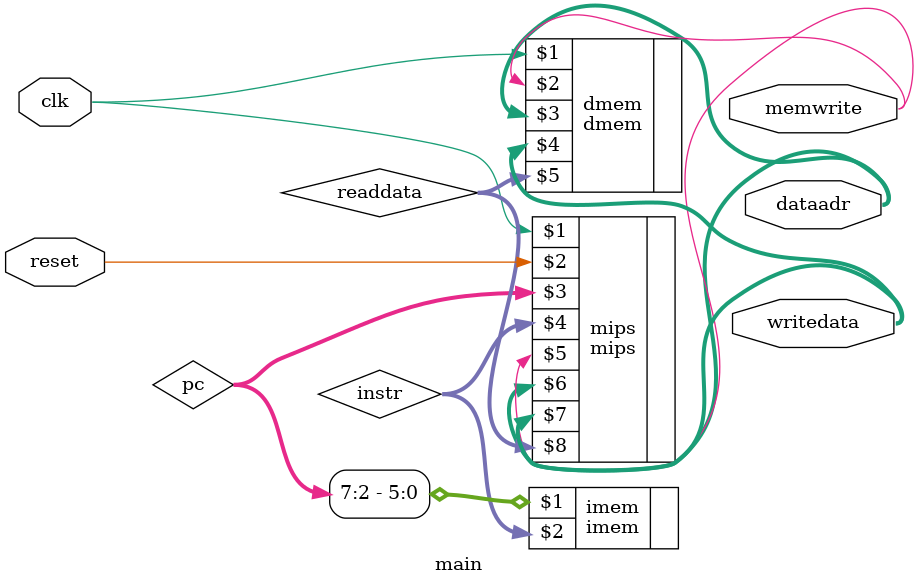
<source format=v>
module main (input clk, reset,
             output [31:0] writedata, dataadr,
             output memwrite);
				 
wire [31:0] pc, instr, readdata;

// instantiate processor and memories
mips mips (clk, reset, pc, instr, memwrite, dataadr, writedata, readdata);
imem imem (pc[7:2], instr);
dmem dmem (clk, memwrite, dataadr, writedata, readdata);

endmodule

</source>
